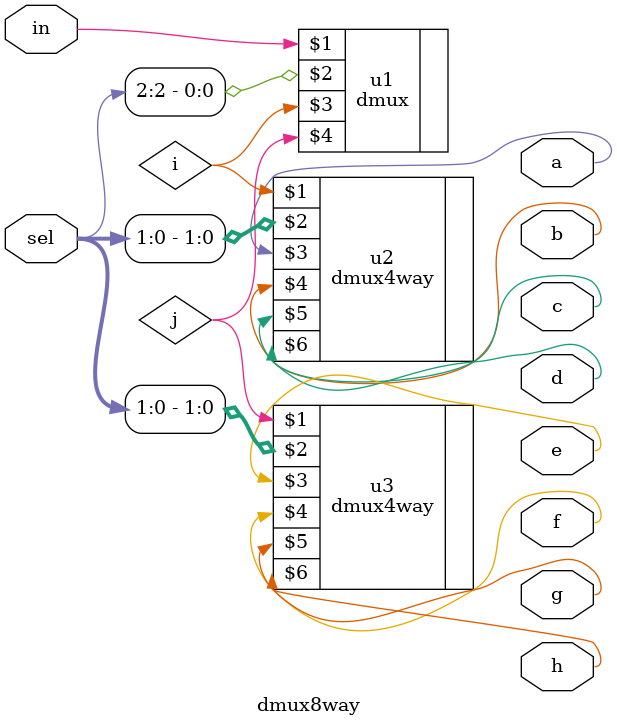
<source format=v>
`ifndef dmux
  `include "src/dmux.v"
`endif

`ifndef dmux4way
  `include "src/dmux4way.v"
`endif

`define dmux8way 1

module dmux8way (
  input in,
  input [2:0] sel,
  output a,
  output b,
  output c,
  output d,
  output e,
  output f,
  output g,
  output h
);
  wire i, j;

  dmux u1 (in, sel[2], i, j);
  dmux4way u2 (i, sel[1:0], a, b, c, d);
  dmux4way u3 (j, sel[1:0], e, f, g, h);
endmodule

</source>
